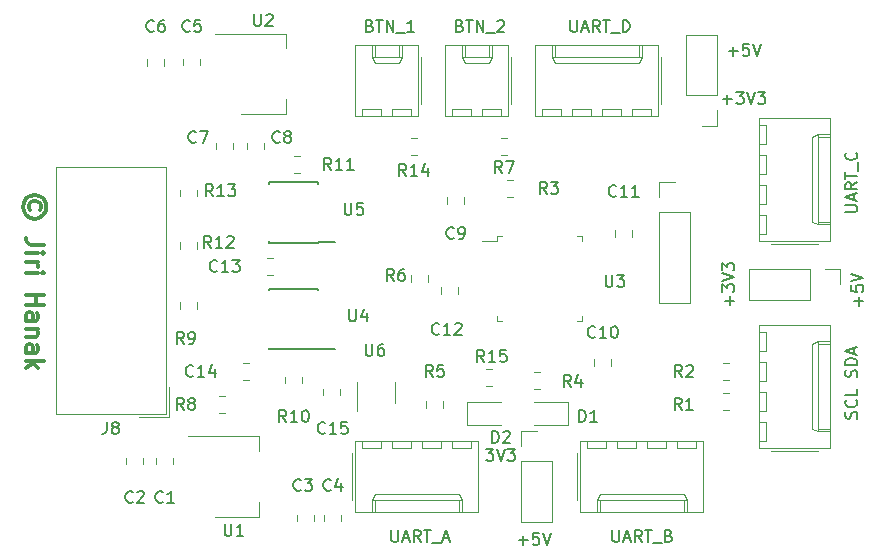
<source format=gbr>
G04 #@! TF.GenerationSoftware,KiCad,Pcbnew,5.0.2-bee76a0~70~ubuntu18.04.1*
G04 #@! TF.CreationDate,2019-01-29T20:40:36+01:00*
G04 #@! TF.ProjectId,main_board,6d61696e-5f62-46f6-9172-642e6b696361,rev?*
G04 #@! TF.SameCoordinates,Original*
G04 #@! TF.FileFunction,Legend,Top*
G04 #@! TF.FilePolarity,Positive*
%FSLAX46Y46*%
G04 Gerber Fmt 4.6, Leading zero omitted, Abs format (unit mm)*
G04 Created by KiCad (PCBNEW 5.0.2-bee76a0~70~ubuntu18.04.1) date Út 29. ledna 2019, 20:40:36 CET*
%MOMM*%
%LPD*%
G01*
G04 APERTURE LIST*
%ADD10C,0.300000*%
%ADD11C,0.150000*%
%ADD12C,0.120000*%
G04 APERTURE END LIST*
D10*
X105239285Y-92008285D02*
X105310714Y-91865428D01*
X105310714Y-91579714D01*
X105239285Y-91436857D01*
X105096428Y-91293999D01*
X104953571Y-91222571D01*
X104667857Y-91222571D01*
X104525000Y-91293999D01*
X104382142Y-91436857D01*
X104310714Y-91579714D01*
X104310714Y-91865428D01*
X104382142Y-92008285D01*
X105810714Y-91722571D02*
X105739285Y-91365428D01*
X105525000Y-91008285D01*
X105167857Y-90793999D01*
X104810714Y-90722571D01*
X104453571Y-90793999D01*
X104096428Y-91008285D01*
X103882142Y-91365428D01*
X103810714Y-91722571D01*
X103882142Y-92079714D01*
X104096428Y-92436857D01*
X104453571Y-92651142D01*
X104810714Y-92722571D01*
X105167857Y-92651142D01*
X105525000Y-92436857D01*
X105739285Y-92079714D01*
X105810714Y-91722571D01*
X105596428Y-94936857D02*
X104525000Y-94936857D01*
X104310714Y-94865428D01*
X104167857Y-94722571D01*
X104096428Y-94508285D01*
X104096428Y-94365428D01*
X104096428Y-95651142D02*
X105096428Y-95651142D01*
X105596428Y-95651142D02*
X105525000Y-95579714D01*
X105453571Y-95651142D01*
X105525000Y-95722571D01*
X105596428Y-95651142D01*
X105453571Y-95651142D01*
X104096428Y-96365428D02*
X105096428Y-96365428D01*
X104810714Y-96365428D02*
X104953571Y-96436857D01*
X105025000Y-96508285D01*
X105096428Y-96651142D01*
X105096428Y-96793999D01*
X104096428Y-97293999D02*
X105096428Y-97293999D01*
X105596428Y-97293999D02*
X105525000Y-97222571D01*
X105453571Y-97293999D01*
X105525000Y-97365428D01*
X105596428Y-97293999D01*
X105453571Y-97293999D01*
X104096428Y-99151142D02*
X105596428Y-99151142D01*
X104882142Y-99151142D02*
X104882142Y-100008285D01*
X104096428Y-100008285D02*
X105596428Y-100008285D01*
X104096428Y-101365428D02*
X104882142Y-101365428D01*
X105025000Y-101294000D01*
X105096428Y-101151142D01*
X105096428Y-100865428D01*
X105025000Y-100722571D01*
X104167857Y-101365428D02*
X104096428Y-101222571D01*
X104096428Y-100865428D01*
X104167857Y-100722571D01*
X104310714Y-100651142D01*
X104453571Y-100651142D01*
X104596428Y-100722571D01*
X104667857Y-100865428D01*
X104667857Y-101222571D01*
X104739285Y-101365428D01*
X105096428Y-102079714D02*
X104096428Y-102079714D01*
X104953571Y-102079714D02*
X105025000Y-102151142D01*
X105096428Y-102293999D01*
X105096428Y-102508285D01*
X105025000Y-102651142D01*
X104882142Y-102722571D01*
X104096428Y-102722571D01*
X104096428Y-104079714D02*
X104882142Y-104079714D01*
X105025000Y-104008285D01*
X105096428Y-103865428D01*
X105096428Y-103579714D01*
X105025000Y-103436857D01*
X104167857Y-104079714D02*
X104096428Y-103936857D01*
X104096428Y-103579714D01*
X104167857Y-103436857D01*
X104310714Y-103365428D01*
X104453571Y-103365428D01*
X104596428Y-103436857D01*
X104667857Y-103579714D01*
X104667857Y-103936857D01*
X104739285Y-104079714D01*
X104096428Y-104793999D02*
X105596428Y-104793999D01*
X104667857Y-104936857D02*
X104096428Y-105365428D01*
X105096428Y-105365428D02*
X104525000Y-104793999D01*
D11*
X174394761Y-109648476D02*
X174442380Y-109505619D01*
X174442380Y-109267523D01*
X174394761Y-109172285D01*
X174347142Y-109124666D01*
X174251904Y-109077047D01*
X174156666Y-109077047D01*
X174061428Y-109124666D01*
X174013809Y-109172285D01*
X173966190Y-109267523D01*
X173918571Y-109458000D01*
X173870952Y-109553238D01*
X173823333Y-109600857D01*
X173728095Y-109648476D01*
X173632857Y-109648476D01*
X173537619Y-109600857D01*
X173490000Y-109553238D01*
X173442380Y-109458000D01*
X173442380Y-109219904D01*
X173490000Y-109077047D01*
X174347142Y-108077047D02*
X174394761Y-108124666D01*
X174442380Y-108267523D01*
X174442380Y-108362761D01*
X174394761Y-108505619D01*
X174299523Y-108600857D01*
X174204285Y-108648476D01*
X174013809Y-108696095D01*
X173870952Y-108696095D01*
X173680476Y-108648476D01*
X173585238Y-108600857D01*
X173490000Y-108505619D01*
X173442380Y-108362761D01*
X173442380Y-108267523D01*
X173490000Y-108124666D01*
X173537619Y-108077047D01*
X174442380Y-107172285D02*
X174442380Y-107648476D01*
X173442380Y-107648476D01*
X163560285Y-78557428D02*
X164322190Y-78557428D01*
X163941238Y-78938380D02*
X163941238Y-78176476D01*
X165274571Y-77938380D02*
X164798380Y-77938380D01*
X164750761Y-78414571D01*
X164798380Y-78366952D01*
X164893619Y-78319333D01*
X165131714Y-78319333D01*
X165226952Y-78366952D01*
X165274571Y-78414571D01*
X165322190Y-78509809D01*
X165322190Y-78747904D01*
X165274571Y-78843142D01*
X165226952Y-78890761D01*
X165131714Y-78938380D01*
X164893619Y-78938380D01*
X164798380Y-78890761D01*
X164750761Y-78843142D01*
X165607904Y-77938380D02*
X165941238Y-78938380D01*
X166274571Y-77938380D01*
X174569428Y-100091714D02*
X174569428Y-99329809D01*
X174950380Y-99710761D02*
X174188476Y-99710761D01*
X173950380Y-98377428D02*
X173950380Y-98853619D01*
X174426571Y-98901238D01*
X174378952Y-98853619D01*
X174331333Y-98758380D01*
X174331333Y-98520285D01*
X174378952Y-98425047D01*
X174426571Y-98377428D01*
X174521809Y-98329809D01*
X174759904Y-98329809D01*
X174855142Y-98377428D01*
X174902761Y-98425047D01*
X174950380Y-98520285D01*
X174950380Y-98758380D01*
X174902761Y-98853619D01*
X174855142Y-98901238D01*
X173950380Y-98044095D02*
X174950380Y-97710761D01*
X173950380Y-97377428D01*
X145780285Y-119959428D02*
X146542190Y-119959428D01*
X146161238Y-120340380D02*
X146161238Y-119578476D01*
X147494571Y-119340380D02*
X147018380Y-119340380D01*
X146970761Y-119816571D01*
X147018380Y-119768952D01*
X147113619Y-119721333D01*
X147351714Y-119721333D01*
X147446952Y-119768952D01*
X147494571Y-119816571D01*
X147542190Y-119911809D01*
X147542190Y-120149904D01*
X147494571Y-120245142D01*
X147446952Y-120292761D01*
X147351714Y-120340380D01*
X147113619Y-120340380D01*
X147018380Y-120292761D01*
X146970761Y-120245142D01*
X147827904Y-119340380D02*
X148161238Y-120340380D01*
X148494571Y-119340380D01*
X163084095Y-82621428D02*
X163846000Y-82621428D01*
X163465047Y-83002380D02*
X163465047Y-82240476D01*
X164226952Y-82002380D02*
X164846000Y-82002380D01*
X164512666Y-82383333D01*
X164655523Y-82383333D01*
X164750761Y-82430952D01*
X164798380Y-82478571D01*
X164846000Y-82573809D01*
X164846000Y-82811904D01*
X164798380Y-82907142D01*
X164750761Y-82954761D01*
X164655523Y-83002380D01*
X164369809Y-83002380D01*
X164274571Y-82954761D01*
X164226952Y-82907142D01*
X165131714Y-82002380D02*
X165465047Y-83002380D01*
X165798380Y-82002380D01*
X166036476Y-82002380D02*
X166655523Y-82002380D01*
X166322190Y-82383333D01*
X166465047Y-82383333D01*
X166560285Y-82430952D01*
X166607904Y-82478571D01*
X166655523Y-82573809D01*
X166655523Y-82811904D01*
X166607904Y-82907142D01*
X166560285Y-82954761D01*
X166465047Y-83002380D01*
X166179333Y-83002380D01*
X166084095Y-82954761D01*
X166036476Y-82907142D01*
X163647428Y-100059904D02*
X163647428Y-99298000D01*
X164028380Y-99678952D02*
X163266476Y-99678952D01*
X163028380Y-98917047D02*
X163028380Y-98298000D01*
X163409333Y-98631333D01*
X163409333Y-98488476D01*
X163456952Y-98393238D01*
X163504571Y-98345619D01*
X163599809Y-98298000D01*
X163837904Y-98298000D01*
X163933142Y-98345619D01*
X163980761Y-98393238D01*
X164028380Y-98488476D01*
X164028380Y-98774190D01*
X163980761Y-98869428D01*
X163933142Y-98917047D01*
X163028380Y-98012285D02*
X164028380Y-97678952D01*
X163028380Y-97345619D01*
X163028380Y-97107523D02*
X163028380Y-96488476D01*
X163409333Y-96821809D01*
X163409333Y-96678952D01*
X163456952Y-96583714D01*
X163504571Y-96536095D01*
X163599809Y-96488476D01*
X163837904Y-96488476D01*
X163933142Y-96536095D01*
X163980761Y-96583714D01*
X164028380Y-96678952D01*
X164028380Y-96964666D01*
X163980761Y-97059904D01*
X163933142Y-97107523D01*
X143033904Y-112228380D02*
X143652952Y-112228380D01*
X143319619Y-112609333D01*
X143462476Y-112609333D01*
X143557714Y-112656952D01*
X143605333Y-112704571D01*
X143652952Y-112799809D01*
X143652952Y-113037904D01*
X143605333Y-113133142D01*
X143557714Y-113180761D01*
X143462476Y-113228380D01*
X143176761Y-113228380D01*
X143081523Y-113180761D01*
X143033904Y-113133142D01*
X143938666Y-112228380D02*
X144272000Y-113228380D01*
X144605333Y-112228380D01*
X144843428Y-112228380D02*
X145462476Y-112228380D01*
X145129142Y-112609333D01*
X145272000Y-112609333D01*
X145367238Y-112656952D01*
X145414857Y-112704571D01*
X145462476Y-112799809D01*
X145462476Y-113037904D01*
X145414857Y-113133142D01*
X145367238Y-113180761D01*
X145272000Y-113228380D01*
X144986285Y-113228380D01*
X144891047Y-113180761D01*
X144843428Y-113133142D01*
X153733809Y-119086380D02*
X153733809Y-119895904D01*
X153781428Y-119991142D01*
X153829047Y-120038761D01*
X153924285Y-120086380D01*
X154114761Y-120086380D01*
X154210000Y-120038761D01*
X154257619Y-119991142D01*
X154305238Y-119895904D01*
X154305238Y-119086380D01*
X154733809Y-119800666D02*
X155210000Y-119800666D01*
X154638571Y-120086380D02*
X154971904Y-119086380D01*
X155305238Y-120086380D01*
X156210000Y-120086380D02*
X155876666Y-119610190D01*
X155638571Y-120086380D02*
X155638571Y-119086380D01*
X156019523Y-119086380D01*
X156114761Y-119134000D01*
X156162380Y-119181619D01*
X156210000Y-119276857D01*
X156210000Y-119419714D01*
X156162380Y-119514952D01*
X156114761Y-119562571D01*
X156019523Y-119610190D01*
X155638571Y-119610190D01*
X156495714Y-119086380D02*
X157067142Y-119086380D01*
X156781428Y-120086380D02*
X156781428Y-119086380D01*
X157162380Y-120181619D02*
X157924285Y-120181619D01*
X158495714Y-119562571D02*
X158638571Y-119610190D01*
X158686190Y-119657809D01*
X158733809Y-119753047D01*
X158733809Y-119895904D01*
X158686190Y-119991142D01*
X158638571Y-120038761D01*
X158543333Y-120086380D01*
X158162380Y-120086380D01*
X158162380Y-119086380D01*
X158495714Y-119086380D01*
X158590952Y-119134000D01*
X158638571Y-119181619D01*
X158686190Y-119276857D01*
X158686190Y-119372095D01*
X158638571Y-119467333D01*
X158590952Y-119514952D01*
X158495714Y-119562571D01*
X158162380Y-119562571D01*
X135009238Y-119086380D02*
X135009238Y-119895904D01*
X135056857Y-119991142D01*
X135104476Y-120038761D01*
X135199714Y-120086380D01*
X135390190Y-120086380D01*
X135485428Y-120038761D01*
X135533047Y-119991142D01*
X135580666Y-119895904D01*
X135580666Y-119086380D01*
X136009238Y-119800666D02*
X136485428Y-119800666D01*
X135914000Y-120086380D02*
X136247333Y-119086380D01*
X136580666Y-120086380D01*
X137485428Y-120086380D02*
X137152095Y-119610190D01*
X136914000Y-120086380D02*
X136914000Y-119086380D01*
X137294952Y-119086380D01*
X137390190Y-119134000D01*
X137437809Y-119181619D01*
X137485428Y-119276857D01*
X137485428Y-119419714D01*
X137437809Y-119514952D01*
X137390190Y-119562571D01*
X137294952Y-119610190D01*
X136914000Y-119610190D01*
X137771142Y-119086380D02*
X138342571Y-119086380D01*
X138056857Y-120086380D02*
X138056857Y-119086380D01*
X138437809Y-120181619D02*
X139199714Y-120181619D01*
X139390190Y-119800666D02*
X139866380Y-119800666D01*
X139294952Y-120086380D02*
X139628285Y-119086380D01*
X139961619Y-120086380D01*
X173442380Y-92138190D02*
X174251904Y-92138190D01*
X174347142Y-92090571D01*
X174394761Y-92042952D01*
X174442380Y-91947714D01*
X174442380Y-91757238D01*
X174394761Y-91662000D01*
X174347142Y-91614380D01*
X174251904Y-91566761D01*
X173442380Y-91566761D01*
X174156666Y-91138190D02*
X174156666Y-90662000D01*
X174442380Y-91233428D02*
X173442380Y-90900095D01*
X174442380Y-90566761D01*
X174442380Y-89662000D02*
X173966190Y-89995333D01*
X174442380Y-90233428D02*
X173442380Y-90233428D01*
X173442380Y-89852476D01*
X173490000Y-89757238D01*
X173537619Y-89709619D01*
X173632857Y-89662000D01*
X173775714Y-89662000D01*
X173870952Y-89709619D01*
X173918571Y-89757238D01*
X173966190Y-89852476D01*
X173966190Y-90233428D01*
X173442380Y-89376285D02*
X173442380Y-88804857D01*
X174442380Y-89090571D02*
X173442380Y-89090571D01*
X174537619Y-88709619D02*
X174537619Y-87947714D01*
X174347142Y-87138190D02*
X174394761Y-87185809D01*
X174442380Y-87328666D01*
X174442380Y-87423904D01*
X174394761Y-87566761D01*
X174299523Y-87662000D01*
X174204285Y-87709619D01*
X174013809Y-87757238D01*
X173870952Y-87757238D01*
X173680476Y-87709619D01*
X173585238Y-87662000D01*
X173490000Y-87566761D01*
X173442380Y-87423904D01*
X173442380Y-87328666D01*
X173490000Y-87185809D01*
X173537619Y-87138190D01*
X150177809Y-75906380D02*
X150177809Y-76715904D01*
X150225428Y-76811142D01*
X150273047Y-76858761D01*
X150368285Y-76906380D01*
X150558761Y-76906380D01*
X150654000Y-76858761D01*
X150701619Y-76811142D01*
X150749238Y-76715904D01*
X150749238Y-75906380D01*
X151177809Y-76620666D02*
X151654000Y-76620666D01*
X151082571Y-76906380D02*
X151415904Y-75906380D01*
X151749238Y-76906380D01*
X152654000Y-76906380D02*
X152320666Y-76430190D01*
X152082571Y-76906380D02*
X152082571Y-75906380D01*
X152463523Y-75906380D01*
X152558761Y-75954000D01*
X152606380Y-76001619D01*
X152654000Y-76096857D01*
X152654000Y-76239714D01*
X152606380Y-76334952D01*
X152558761Y-76382571D01*
X152463523Y-76430190D01*
X152082571Y-76430190D01*
X152939714Y-75906380D02*
X153511142Y-75906380D01*
X153225428Y-76906380D02*
X153225428Y-75906380D01*
X153606380Y-77001619D02*
X154368285Y-77001619D01*
X154606380Y-76906380D02*
X154606380Y-75906380D01*
X154844476Y-75906380D01*
X154987333Y-75954000D01*
X155082571Y-76049238D01*
X155130190Y-76144476D01*
X155177809Y-76334952D01*
X155177809Y-76477809D01*
X155130190Y-76668285D01*
X155082571Y-76763523D01*
X154987333Y-76858761D01*
X154844476Y-76906380D01*
X154606380Y-76906380D01*
X174394761Y-106116285D02*
X174442380Y-105973428D01*
X174442380Y-105735333D01*
X174394761Y-105640095D01*
X174347142Y-105592476D01*
X174251904Y-105544857D01*
X174156666Y-105544857D01*
X174061428Y-105592476D01*
X174013809Y-105640095D01*
X173966190Y-105735333D01*
X173918571Y-105925809D01*
X173870952Y-106021047D01*
X173823333Y-106068666D01*
X173728095Y-106116285D01*
X173632857Y-106116285D01*
X173537619Y-106068666D01*
X173490000Y-106021047D01*
X173442380Y-105925809D01*
X173442380Y-105687714D01*
X173490000Y-105544857D01*
X174442380Y-105116285D02*
X173442380Y-105116285D01*
X173442380Y-104878190D01*
X173490000Y-104735333D01*
X173585238Y-104640095D01*
X173680476Y-104592476D01*
X173870952Y-104544857D01*
X174013809Y-104544857D01*
X174204285Y-104592476D01*
X174299523Y-104640095D01*
X174394761Y-104735333D01*
X174442380Y-104878190D01*
X174442380Y-105116285D01*
X174156666Y-104163904D02*
X174156666Y-103687714D01*
X174442380Y-104259142D02*
X173442380Y-103925809D01*
X174442380Y-103592476D01*
X140803523Y-76382571D02*
X140946380Y-76430190D01*
X140994000Y-76477809D01*
X141041619Y-76573047D01*
X141041619Y-76715904D01*
X140994000Y-76811142D01*
X140946380Y-76858761D01*
X140851142Y-76906380D01*
X140470190Y-76906380D01*
X140470190Y-75906380D01*
X140803523Y-75906380D01*
X140898761Y-75954000D01*
X140946380Y-76001619D01*
X140994000Y-76096857D01*
X140994000Y-76192095D01*
X140946380Y-76287333D01*
X140898761Y-76334952D01*
X140803523Y-76382571D01*
X140470190Y-76382571D01*
X141327333Y-75906380D02*
X141898761Y-75906380D01*
X141613047Y-76906380D02*
X141613047Y-75906380D01*
X142232095Y-76906380D02*
X142232095Y-75906380D01*
X142803523Y-76906380D01*
X142803523Y-75906380D01*
X143041619Y-77001619D02*
X143803523Y-77001619D01*
X143994000Y-76001619D02*
X144041619Y-75954000D01*
X144136857Y-75906380D01*
X144374952Y-75906380D01*
X144470190Y-75954000D01*
X144517809Y-76001619D01*
X144565428Y-76096857D01*
X144565428Y-76192095D01*
X144517809Y-76334952D01*
X143946380Y-76906380D01*
X144565428Y-76906380D01*
X133183523Y-76382571D02*
X133326380Y-76430190D01*
X133374000Y-76477809D01*
X133421619Y-76573047D01*
X133421619Y-76715904D01*
X133374000Y-76811142D01*
X133326380Y-76858761D01*
X133231142Y-76906380D01*
X132850190Y-76906380D01*
X132850190Y-75906380D01*
X133183523Y-75906380D01*
X133278761Y-75954000D01*
X133326380Y-76001619D01*
X133374000Y-76096857D01*
X133374000Y-76192095D01*
X133326380Y-76287333D01*
X133278761Y-76334952D01*
X133183523Y-76382571D01*
X132850190Y-76382571D01*
X133707333Y-75906380D02*
X134278761Y-75906380D01*
X133993047Y-76906380D02*
X133993047Y-75906380D01*
X134612095Y-76906380D02*
X134612095Y-75906380D01*
X135183523Y-76906380D01*
X135183523Y-75906380D01*
X135421619Y-77001619D02*
X136183523Y-77001619D01*
X136945428Y-76906380D02*
X136374000Y-76906380D01*
X136659714Y-76906380D02*
X136659714Y-75906380D01*
X136564476Y-76049238D01*
X136469238Y-76144476D01*
X136374000Y-76192095D01*
D12*
G04 #@! TO.C,C7*
X120194000Y-86310948D02*
X120194000Y-86833452D01*
X121614000Y-86310948D02*
X121614000Y-86833452D01*
G04 #@! TO.C,SW1*
X145990000Y-110684000D02*
X147320000Y-110684000D01*
X145990000Y-112014000D02*
X145990000Y-110684000D01*
X145990000Y-113284000D02*
X148650000Y-113284000D01*
X148650000Y-113284000D02*
X148650000Y-118424000D01*
X145990000Y-113284000D02*
X145990000Y-118424000D01*
X145990000Y-118424000D02*
X148650000Y-118424000D01*
G04 #@! TO.C,C13*
X124984252Y-96064000D02*
X124461748Y-96064000D01*
X124984252Y-97484000D02*
X124461748Y-97484000D01*
G04 #@! TO.C,J8*
X106577000Y-109236000D02*
X106577000Y-88376000D01*
X106577000Y-88376000D02*
X115927000Y-88376000D01*
X115927000Y-88376000D02*
X115927000Y-109236000D01*
X115927000Y-109236000D02*
X106577000Y-109236000D01*
X116177000Y-109486000D02*
X116177000Y-106946000D01*
X116177000Y-109486000D02*
X113637000Y-109486000D01*
G04 #@! TO.C,C10*
X153618000Y-104649748D02*
X153618000Y-105172252D01*
X152198000Y-104649748D02*
X152198000Y-105172252D01*
G04 #@! TO.C,U3*
X150734000Y-101400000D02*
X151184000Y-101400000D01*
X151184000Y-101400000D02*
X151184000Y-100950000D01*
X144414000Y-101400000D02*
X143964000Y-101400000D01*
X143964000Y-101400000D02*
X143964000Y-100950000D01*
X150734000Y-94180000D02*
X151184000Y-94180000D01*
X151184000Y-94180000D02*
X151184000Y-94630000D01*
X144414000Y-94180000D02*
X143964000Y-94180000D01*
X143964000Y-94180000D02*
X143964000Y-94630000D01*
X143964000Y-94630000D02*
X142674000Y-94630000D01*
G04 #@! TO.C,J4*
X157674000Y-99882000D02*
X160334000Y-99882000D01*
X157674000Y-92202000D02*
X157674000Y-99882000D01*
X160334000Y-92202000D02*
X160334000Y-99882000D01*
X157674000Y-92202000D02*
X160334000Y-92202000D01*
X157674000Y-90932000D02*
X157674000Y-89602000D01*
X157674000Y-89602000D02*
X159004000Y-89602000D01*
G04 #@! TO.C,C1*
X115114000Y-113013748D02*
X115114000Y-113536252D01*
X116534000Y-113013748D02*
X116534000Y-113536252D01*
G04 #@! TO.C,C2*
X112574000Y-113013748D02*
X112574000Y-113536252D01*
X113994000Y-113013748D02*
X113994000Y-113536252D01*
G04 #@! TO.C,C3*
X128472000Y-118362252D02*
X128472000Y-117839748D01*
X127052000Y-118362252D02*
X127052000Y-117839748D01*
G04 #@! TO.C,C4*
X129338000Y-118362252D02*
X129338000Y-117839748D01*
X130758000Y-118362252D02*
X130758000Y-117839748D01*
G04 #@! TO.C,C5*
X118820000Y-79231748D02*
X118820000Y-79754252D01*
X117400000Y-79231748D02*
X117400000Y-79754252D01*
G04 #@! TO.C,C6*
X115772000Y-79249748D02*
X115772000Y-79772252D01*
X114352000Y-79249748D02*
X114352000Y-79772252D01*
G04 #@! TO.C,C8*
X124204800Y-86310948D02*
X124204800Y-86833452D01*
X122784800Y-86310948D02*
X122784800Y-86833452D01*
G04 #@! TO.C,C9*
X141172000Y-91447252D02*
X141172000Y-90924748D01*
X139752000Y-91447252D02*
X139752000Y-90924748D01*
G04 #@! TO.C,C11*
X153976000Y-93727748D02*
X153976000Y-94250252D01*
X155396000Y-93727748D02*
X155396000Y-94250252D01*
G04 #@! TO.C,C12*
X140664000Y-98553748D02*
X140664000Y-99076252D01*
X139244000Y-98553748D02*
X139244000Y-99076252D01*
G04 #@! TO.C,C14*
X122411748Y-104954000D02*
X122934252Y-104954000D01*
X122411748Y-106374000D02*
X122934252Y-106374000D01*
G04 #@! TO.C,D1*
X147082000Y-110180000D02*
X149942000Y-110180000D01*
X149942000Y-110180000D02*
X149942000Y-108260000D01*
X149942000Y-108260000D02*
X147082000Y-108260000D01*
G04 #@! TO.C,D2*
X141396000Y-110180000D02*
X144256000Y-110180000D01*
X141396000Y-108260000D02*
X141396000Y-110180000D01*
X144256000Y-108260000D02*
X141396000Y-108260000D01*
G04 #@! TO.C,R1*
X163051748Y-107494000D02*
X163574252Y-107494000D01*
X163051748Y-108914000D02*
X163574252Y-108914000D01*
G04 #@! TO.C,R2*
X163060748Y-106374000D02*
X163583252Y-106374000D01*
X163060748Y-104954000D02*
X163583252Y-104954000D01*
G04 #@! TO.C,R3*
X145304252Y-89460000D02*
X144781748Y-89460000D01*
X145304252Y-90880000D02*
X144781748Y-90880000D01*
G04 #@! TO.C,R4*
X147067748Y-105716000D02*
X147590252Y-105716000D01*
X147067748Y-107136000D02*
X147590252Y-107136000D01*
G04 #@! TO.C,R5*
X139394000Y-108719252D02*
X139394000Y-108196748D01*
X137974000Y-108719252D02*
X137974000Y-108196748D01*
G04 #@! TO.C,R6*
X136704000Y-98051252D02*
X136704000Y-97528748D01*
X138124000Y-98051252D02*
X138124000Y-97528748D01*
G04 #@! TO.C,R8*
X120902252Y-107748000D02*
X120379748Y-107748000D01*
X120902252Y-109168000D02*
X120379748Y-109168000D01*
G04 #@! TO.C,R9*
X117146000Y-100346252D02*
X117146000Y-99823748D01*
X118566000Y-100346252D02*
X118566000Y-99823748D01*
G04 #@! TO.C,R10*
X127456000Y-106155748D02*
X127456000Y-106678252D01*
X126036000Y-106155748D02*
X126036000Y-106678252D01*
G04 #@! TO.C,R11*
X127261252Y-87428000D02*
X126738748Y-87428000D01*
X127261252Y-88848000D02*
X126738748Y-88848000D01*
G04 #@! TO.C,R12*
X117146000Y-95266252D02*
X117146000Y-94743748D01*
X118566000Y-95266252D02*
X118566000Y-94743748D01*
G04 #@! TO.C,R13*
X117095200Y-90786852D02*
X117095200Y-90264348D01*
X118515200Y-90786852D02*
X118515200Y-90264348D01*
G04 #@! TO.C,U1*
X117820000Y-111144000D02*
X123830000Y-111144000D01*
X120070000Y-117964000D02*
X123830000Y-117964000D01*
X123830000Y-111144000D02*
X123830000Y-112404000D01*
X123830000Y-117964000D02*
X123830000Y-116704000D01*
G04 #@! TO.C,U2*
X126065200Y-83877200D02*
X126065200Y-82617200D01*
X126065200Y-77057200D02*
X126065200Y-78317200D01*
X122305200Y-83877200D02*
X126065200Y-83877200D01*
X120055200Y-77057200D02*
X126065200Y-77057200D01*
G04 #@! TO.C,SW2*
X162620000Y-77156000D02*
X159960000Y-77156000D01*
X162620000Y-82296000D02*
X162620000Y-77156000D01*
X159960000Y-82296000D02*
X159960000Y-77156000D01*
X162620000Y-82296000D02*
X159960000Y-82296000D01*
X162620000Y-83566000D02*
X162620000Y-84896000D01*
X162620000Y-84896000D02*
X161290000Y-84896000D01*
D11*
G04 #@! TO.C,U4*
X128821000Y-103794000D02*
X128821000Y-103744000D01*
X124671000Y-103794000D02*
X124671000Y-103649000D01*
X124671000Y-98644000D02*
X124671000Y-98789000D01*
X128821000Y-98644000D02*
X128821000Y-98789000D01*
X128821000Y-103794000D02*
X124671000Y-103794000D01*
X128821000Y-98644000D02*
X124671000Y-98644000D01*
X128821000Y-103744000D02*
X130221000Y-103744000D01*
G04 #@! TO.C,U5*
X128821000Y-94727000D02*
X130221000Y-94727000D01*
X128821000Y-89627000D02*
X124671000Y-89627000D01*
X128821000Y-94777000D02*
X124671000Y-94777000D01*
X128821000Y-89627000D02*
X128821000Y-89772000D01*
X124671000Y-89627000D02*
X124671000Y-89772000D01*
X124671000Y-94777000D02*
X124671000Y-94632000D01*
X128821000Y-94777000D02*
X128821000Y-94727000D01*
D12*
G04 #@! TO.C,J1*
X160820000Y-112124000D02*
X160820000Y-111524000D01*
X159220000Y-112124000D02*
X160820000Y-112124000D01*
X159220000Y-111524000D02*
X159220000Y-112124000D01*
X158280000Y-112124000D02*
X158280000Y-111524000D01*
X156680000Y-112124000D02*
X158280000Y-112124000D01*
X156680000Y-111524000D02*
X156680000Y-112124000D01*
X155740000Y-112124000D02*
X155740000Y-111524000D01*
X154140000Y-112124000D02*
X155740000Y-112124000D01*
X154140000Y-111524000D02*
X154140000Y-112124000D01*
X153200000Y-112124000D02*
X153200000Y-111524000D01*
X151600000Y-112124000D02*
X153200000Y-112124000D01*
X151600000Y-111524000D02*
X151600000Y-112124000D01*
X159770000Y-117544000D02*
X159770000Y-116544000D01*
X152650000Y-117544000D02*
X152650000Y-116544000D01*
X159770000Y-116014000D02*
X160020000Y-116544000D01*
X152650000Y-116014000D02*
X159770000Y-116014000D01*
X152400000Y-116544000D02*
X152650000Y-116014000D01*
X160020000Y-116544000D02*
X160020000Y-117544000D01*
X152400000Y-116544000D02*
X160020000Y-116544000D01*
X152400000Y-117544000D02*
X152400000Y-116544000D01*
X150730000Y-112554000D02*
X150730000Y-116554000D01*
X161400000Y-111524000D02*
X151020000Y-111524000D01*
X161400000Y-117544000D02*
X161400000Y-111524000D01*
X151020000Y-117544000D02*
X161400000Y-117544000D01*
X151020000Y-111524000D02*
X151020000Y-117544000D01*
G04 #@! TO.C,J2*
X166134000Y-112124000D02*
X172154000Y-112124000D01*
X172154000Y-112124000D02*
X172154000Y-101744000D01*
X172154000Y-101744000D02*
X166134000Y-101744000D01*
X166134000Y-101744000D02*
X166134000Y-112124000D01*
X167164000Y-112414000D02*
X171164000Y-112414000D01*
X172154000Y-110744000D02*
X171154000Y-110744000D01*
X171154000Y-110744000D02*
X171154000Y-103124000D01*
X171154000Y-103124000D02*
X172154000Y-103124000D01*
X171154000Y-110744000D02*
X170624000Y-110494000D01*
X170624000Y-110494000D02*
X170624000Y-103374000D01*
X170624000Y-103374000D02*
X171154000Y-103124000D01*
X172154000Y-110494000D02*
X171154000Y-110494000D01*
X172154000Y-103374000D02*
X171154000Y-103374000D01*
X166134000Y-111544000D02*
X166734000Y-111544000D01*
X166734000Y-111544000D02*
X166734000Y-109944000D01*
X166734000Y-109944000D02*
X166134000Y-109944000D01*
X166134000Y-109004000D02*
X166734000Y-109004000D01*
X166734000Y-109004000D02*
X166734000Y-107404000D01*
X166734000Y-107404000D02*
X166134000Y-107404000D01*
X166134000Y-106464000D02*
X166734000Y-106464000D01*
X166734000Y-106464000D02*
X166734000Y-104864000D01*
X166734000Y-104864000D02*
X166134000Y-104864000D01*
X166134000Y-103924000D02*
X166734000Y-103924000D01*
X166734000Y-103924000D02*
X166734000Y-102324000D01*
X166734000Y-102324000D02*
X166134000Y-102324000D01*
G04 #@! TO.C,J3*
X157590000Y-84056000D02*
X157590000Y-78036000D01*
X157590000Y-78036000D02*
X147210000Y-78036000D01*
X147210000Y-78036000D02*
X147210000Y-84056000D01*
X147210000Y-84056000D02*
X157590000Y-84056000D01*
X157880000Y-83026000D02*
X157880000Y-79026000D01*
X156210000Y-78036000D02*
X156210000Y-79036000D01*
X156210000Y-79036000D02*
X148590000Y-79036000D01*
X148590000Y-79036000D02*
X148590000Y-78036000D01*
X156210000Y-79036000D02*
X155960000Y-79566000D01*
X155960000Y-79566000D02*
X148840000Y-79566000D01*
X148840000Y-79566000D02*
X148590000Y-79036000D01*
X155960000Y-78036000D02*
X155960000Y-79036000D01*
X148840000Y-78036000D02*
X148840000Y-79036000D01*
X157010000Y-84056000D02*
X157010000Y-83456000D01*
X157010000Y-83456000D02*
X155410000Y-83456000D01*
X155410000Y-83456000D02*
X155410000Y-84056000D01*
X154470000Y-84056000D02*
X154470000Y-83456000D01*
X154470000Y-83456000D02*
X152870000Y-83456000D01*
X152870000Y-83456000D02*
X152870000Y-84056000D01*
X151930000Y-84056000D02*
X151930000Y-83456000D01*
X151930000Y-83456000D02*
X150330000Y-83456000D01*
X150330000Y-83456000D02*
X150330000Y-84056000D01*
X149390000Y-84056000D02*
X149390000Y-83456000D01*
X149390000Y-83456000D02*
X147790000Y-83456000D01*
X147790000Y-83456000D02*
X147790000Y-84056000D01*
G04 #@! TO.C,J6*
X166734000Y-84798000D02*
X166134000Y-84798000D01*
X166734000Y-86398000D02*
X166734000Y-84798000D01*
X166134000Y-86398000D02*
X166734000Y-86398000D01*
X166734000Y-87338000D02*
X166134000Y-87338000D01*
X166734000Y-88938000D02*
X166734000Y-87338000D01*
X166134000Y-88938000D02*
X166734000Y-88938000D01*
X166734000Y-89878000D02*
X166134000Y-89878000D01*
X166734000Y-91478000D02*
X166734000Y-89878000D01*
X166134000Y-91478000D02*
X166734000Y-91478000D01*
X166734000Y-92418000D02*
X166134000Y-92418000D01*
X166734000Y-94018000D02*
X166734000Y-92418000D01*
X166134000Y-94018000D02*
X166734000Y-94018000D01*
X172154000Y-85848000D02*
X171154000Y-85848000D01*
X172154000Y-92968000D02*
X171154000Y-92968000D01*
X170624000Y-85848000D02*
X171154000Y-85598000D01*
X170624000Y-92968000D02*
X170624000Y-85848000D01*
X171154000Y-93218000D02*
X170624000Y-92968000D01*
X171154000Y-85598000D02*
X172154000Y-85598000D01*
X171154000Y-93218000D02*
X171154000Y-85598000D01*
X172154000Y-93218000D02*
X171154000Y-93218000D01*
X167164000Y-94888000D02*
X171164000Y-94888000D01*
X166134000Y-84218000D02*
X166134000Y-94598000D01*
X172154000Y-84218000D02*
X166134000Y-84218000D01*
X172154000Y-94598000D02*
X172154000Y-84218000D01*
X166134000Y-94598000D02*
X172154000Y-94598000D01*
G04 #@! TO.C,R7*
X144778252Y-85904000D02*
X144255748Y-85904000D01*
X144778252Y-87324000D02*
X144255748Y-87324000D01*
G04 #@! TO.C,R14*
X137158252Y-87324000D02*
X136635748Y-87324000D01*
X137158252Y-85904000D02*
X136635748Y-85904000D01*
G04 #@! TO.C,SW5*
X165294000Y-96968000D02*
X165294000Y-99628000D01*
X170434000Y-96968000D02*
X165294000Y-96968000D01*
X170434000Y-99628000D02*
X165294000Y-99628000D01*
X170434000Y-96968000D02*
X170434000Y-99628000D01*
X171704000Y-96968000D02*
X173034000Y-96968000D01*
X173034000Y-96968000D02*
X173034000Y-98298000D01*
G04 #@! TO.C,R15*
X143526252Y-106882000D02*
X143003748Y-106882000D01*
X143526252Y-105462000D02*
X143003748Y-105462000D01*
G04 #@! TO.C,U6*
X135280000Y-108342000D02*
X135280000Y-106542000D01*
X132060000Y-106542000D02*
X132060000Y-108992000D01*
G04 #@! TO.C,J5*
X131970000Y-111524000D02*
X131970000Y-117544000D01*
X131970000Y-117544000D02*
X142350000Y-117544000D01*
X142350000Y-117544000D02*
X142350000Y-111524000D01*
X142350000Y-111524000D02*
X131970000Y-111524000D01*
X131680000Y-112554000D02*
X131680000Y-116554000D01*
X133350000Y-117544000D02*
X133350000Y-116544000D01*
X133350000Y-116544000D02*
X140970000Y-116544000D01*
X140970000Y-116544000D02*
X140970000Y-117544000D01*
X133350000Y-116544000D02*
X133600000Y-116014000D01*
X133600000Y-116014000D02*
X140720000Y-116014000D01*
X140720000Y-116014000D02*
X140970000Y-116544000D01*
X133600000Y-117544000D02*
X133600000Y-116544000D01*
X140720000Y-117544000D02*
X140720000Y-116544000D01*
X132550000Y-111524000D02*
X132550000Y-112124000D01*
X132550000Y-112124000D02*
X134150000Y-112124000D01*
X134150000Y-112124000D02*
X134150000Y-111524000D01*
X135090000Y-111524000D02*
X135090000Y-112124000D01*
X135090000Y-112124000D02*
X136690000Y-112124000D01*
X136690000Y-112124000D02*
X136690000Y-111524000D01*
X137630000Y-111524000D02*
X137630000Y-112124000D01*
X137630000Y-112124000D02*
X139230000Y-112124000D01*
X139230000Y-112124000D02*
X139230000Y-111524000D01*
X140170000Y-111524000D02*
X140170000Y-112124000D01*
X140170000Y-112124000D02*
X141770000Y-112124000D01*
X141770000Y-112124000D02*
X141770000Y-111524000D01*
G04 #@! TO.C,J7*
X140170000Y-83456000D02*
X140170000Y-84056000D01*
X141770000Y-83456000D02*
X140170000Y-83456000D01*
X141770000Y-84056000D02*
X141770000Y-83456000D01*
X142710000Y-83456000D02*
X142710000Y-84056000D01*
X144310000Y-83456000D02*
X142710000Y-83456000D01*
X144310000Y-84056000D02*
X144310000Y-83456000D01*
X141220000Y-78036000D02*
X141220000Y-79036000D01*
X143260000Y-78036000D02*
X143260000Y-79036000D01*
X141220000Y-79566000D02*
X140970000Y-79036000D01*
X143260000Y-79566000D02*
X141220000Y-79566000D01*
X143510000Y-79036000D02*
X143260000Y-79566000D01*
X140970000Y-79036000D02*
X140970000Y-78036000D01*
X143510000Y-79036000D02*
X140970000Y-79036000D01*
X143510000Y-78036000D02*
X143510000Y-79036000D01*
X145180000Y-83026000D02*
X145180000Y-79026000D01*
X139590000Y-84056000D02*
X144890000Y-84056000D01*
X139590000Y-78036000D02*
X139590000Y-84056000D01*
X144890000Y-78036000D02*
X139590000Y-78036000D01*
X144890000Y-84056000D02*
X144890000Y-78036000D01*
G04 #@! TO.C,J9*
X137270000Y-84056000D02*
X137270000Y-78036000D01*
X137270000Y-78036000D02*
X131970000Y-78036000D01*
X131970000Y-78036000D02*
X131970000Y-84056000D01*
X131970000Y-84056000D02*
X137270000Y-84056000D01*
X137560000Y-83026000D02*
X137560000Y-79026000D01*
X135890000Y-78036000D02*
X135890000Y-79036000D01*
X135890000Y-79036000D02*
X133350000Y-79036000D01*
X133350000Y-79036000D02*
X133350000Y-78036000D01*
X135890000Y-79036000D02*
X135640000Y-79566000D01*
X135640000Y-79566000D02*
X133600000Y-79566000D01*
X133600000Y-79566000D02*
X133350000Y-79036000D01*
X135640000Y-78036000D02*
X135640000Y-79036000D01*
X133600000Y-78036000D02*
X133600000Y-79036000D01*
X136690000Y-84056000D02*
X136690000Y-83456000D01*
X136690000Y-83456000D02*
X135090000Y-83456000D01*
X135090000Y-83456000D02*
X135090000Y-84056000D01*
X134150000Y-84056000D02*
X134150000Y-83456000D01*
X134150000Y-83456000D02*
X132550000Y-83456000D01*
X132550000Y-83456000D02*
X132550000Y-84056000D01*
G04 #@! TO.C,C15*
X130631000Y-107171748D02*
X130631000Y-107694252D01*
X129211000Y-107171748D02*
X129211000Y-107694252D01*
G04 #@! TO.C,C7*
D11*
X118451333Y-86209142D02*
X118403714Y-86256761D01*
X118260857Y-86304380D01*
X118165619Y-86304380D01*
X118022761Y-86256761D01*
X117927523Y-86161523D01*
X117879904Y-86066285D01*
X117832285Y-85875809D01*
X117832285Y-85732952D01*
X117879904Y-85542476D01*
X117927523Y-85447238D01*
X118022761Y-85352000D01*
X118165619Y-85304380D01*
X118260857Y-85304380D01*
X118403714Y-85352000D01*
X118451333Y-85399619D01*
X118784666Y-85304380D02*
X119451333Y-85304380D01*
X119022761Y-86304380D01*
G04 #@! TO.C,C13*
X120261142Y-97131142D02*
X120213523Y-97178761D01*
X120070666Y-97226380D01*
X119975428Y-97226380D01*
X119832571Y-97178761D01*
X119737333Y-97083523D01*
X119689714Y-96988285D01*
X119642095Y-96797809D01*
X119642095Y-96654952D01*
X119689714Y-96464476D01*
X119737333Y-96369238D01*
X119832571Y-96274000D01*
X119975428Y-96226380D01*
X120070666Y-96226380D01*
X120213523Y-96274000D01*
X120261142Y-96321619D01*
X121213523Y-97226380D02*
X120642095Y-97226380D01*
X120927809Y-97226380D02*
X120927809Y-96226380D01*
X120832571Y-96369238D01*
X120737333Y-96464476D01*
X120642095Y-96512095D01*
X121546857Y-96226380D02*
X122165904Y-96226380D01*
X121832571Y-96607333D01*
X121975428Y-96607333D01*
X122070666Y-96654952D01*
X122118285Y-96702571D01*
X122165904Y-96797809D01*
X122165904Y-97035904D01*
X122118285Y-97131142D01*
X122070666Y-97178761D01*
X121975428Y-97226380D01*
X121689714Y-97226380D01*
X121594476Y-97178761D01*
X121546857Y-97131142D01*
G04 #@! TO.C,J8*
X110918666Y-109942380D02*
X110918666Y-110656666D01*
X110871047Y-110799523D01*
X110775809Y-110894761D01*
X110632952Y-110942380D01*
X110537714Y-110942380D01*
X111537714Y-110370952D02*
X111442476Y-110323333D01*
X111394857Y-110275714D01*
X111347238Y-110180476D01*
X111347238Y-110132857D01*
X111394857Y-110037619D01*
X111442476Y-109990000D01*
X111537714Y-109942380D01*
X111728190Y-109942380D01*
X111823428Y-109990000D01*
X111871047Y-110037619D01*
X111918666Y-110132857D01*
X111918666Y-110180476D01*
X111871047Y-110275714D01*
X111823428Y-110323333D01*
X111728190Y-110370952D01*
X111537714Y-110370952D01*
X111442476Y-110418571D01*
X111394857Y-110466190D01*
X111347238Y-110561428D01*
X111347238Y-110751904D01*
X111394857Y-110847142D01*
X111442476Y-110894761D01*
X111537714Y-110942380D01*
X111728190Y-110942380D01*
X111823428Y-110894761D01*
X111871047Y-110847142D01*
X111918666Y-110751904D01*
X111918666Y-110561428D01*
X111871047Y-110466190D01*
X111823428Y-110418571D01*
X111728190Y-110370952D01*
G04 #@! TO.C,C10*
X152265142Y-102719142D02*
X152217523Y-102766761D01*
X152074666Y-102814380D01*
X151979428Y-102814380D01*
X151836571Y-102766761D01*
X151741333Y-102671523D01*
X151693714Y-102576285D01*
X151646095Y-102385809D01*
X151646095Y-102242952D01*
X151693714Y-102052476D01*
X151741333Y-101957238D01*
X151836571Y-101862000D01*
X151979428Y-101814380D01*
X152074666Y-101814380D01*
X152217523Y-101862000D01*
X152265142Y-101909619D01*
X153217523Y-102814380D02*
X152646095Y-102814380D01*
X152931809Y-102814380D02*
X152931809Y-101814380D01*
X152836571Y-101957238D01*
X152741333Y-102052476D01*
X152646095Y-102100095D01*
X153836571Y-101814380D02*
X153931809Y-101814380D01*
X154027047Y-101862000D01*
X154074666Y-101909619D01*
X154122285Y-102004857D01*
X154169904Y-102195333D01*
X154169904Y-102433428D01*
X154122285Y-102623904D01*
X154074666Y-102719142D01*
X154027047Y-102766761D01*
X153931809Y-102814380D01*
X153836571Y-102814380D01*
X153741333Y-102766761D01*
X153693714Y-102719142D01*
X153646095Y-102623904D01*
X153598476Y-102433428D01*
X153598476Y-102195333D01*
X153646095Y-102004857D01*
X153693714Y-101909619D01*
X153741333Y-101862000D01*
X153836571Y-101814380D01*
G04 #@! TO.C,U3*
X153162095Y-97496380D02*
X153162095Y-98305904D01*
X153209714Y-98401142D01*
X153257333Y-98448761D01*
X153352571Y-98496380D01*
X153543047Y-98496380D01*
X153638285Y-98448761D01*
X153685904Y-98401142D01*
X153733523Y-98305904D01*
X153733523Y-97496380D01*
X154114476Y-97496380D02*
X154733523Y-97496380D01*
X154400190Y-97877333D01*
X154543047Y-97877333D01*
X154638285Y-97924952D01*
X154685904Y-97972571D01*
X154733523Y-98067809D01*
X154733523Y-98305904D01*
X154685904Y-98401142D01*
X154638285Y-98448761D01*
X154543047Y-98496380D01*
X154257333Y-98496380D01*
X154162095Y-98448761D01*
X154114476Y-98401142D01*
G04 #@! TO.C,C1*
X115657333Y-116689142D02*
X115609714Y-116736761D01*
X115466857Y-116784380D01*
X115371619Y-116784380D01*
X115228761Y-116736761D01*
X115133523Y-116641523D01*
X115085904Y-116546285D01*
X115038285Y-116355809D01*
X115038285Y-116212952D01*
X115085904Y-116022476D01*
X115133523Y-115927238D01*
X115228761Y-115832000D01*
X115371619Y-115784380D01*
X115466857Y-115784380D01*
X115609714Y-115832000D01*
X115657333Y-115879619D01*
X116609714Y-116784380D02*
X116038285Y-116784380D01*
X116324000Y-116784380D02*
X116324000Y-115784380D01*
X116228761Y-115927238D01*
X116133523Y-116022476D01*
X116038285Y-116070095D01*
G04 #@! TO.C,C2*
X113117333Y-116689142D02*
X113069714Y-116736761D01*
X112926857Y-116784380D01*
X112831619Y-116784380D01*
X112688761Y-116736761D01*
X112593523Y-116641523D01*
X112545904Y-116546285D01*
X112498285Y-116355809D01*
X112498285Y-116212952D01*
X112545904Y-116022476D01*
X112593523Y-115927238D01*
X112688761Y-115832000D01*
X112831619Y-115784380D01*
X112926857Y-115784380D01*
X113069714Y-115832000D01*
X113117333Y-115879619D01*
X113498285Y-115879619D02*
X113545904Y-115832000D01*
X113641142Y-115784380D01*
X113879238Y-115784380D01*
X113974476Y-115832000D01*
X114022095Y-115879619D01*
X114069714Y-115974857D01*
X114069714Y-116070095D01*
X114022095Y-116212952D01*
X113450666Y-116784380D01*
X114069714Y-116784380D01*
G04 #@! TO.C,C3*
X127341333Y-115673142D02*
X127293714Y-115720761D01*
X127150857Y-115768380D01*
X127055619Y-115768380D01*
X126912761Y-115720761D01*
X126817523Y-115625523D01*
X126769904Y-115530285D01*
X126722285Y-115339809D01*
X126722285Y-115196952D01*
X126769904Y-115006476D01*
X126817523Y-114911238D01*
X126912761Y-114816000D01*
X127055619Y-114768380D01*
X127150857Y-114768380D01*
X127293714Y-114816000D01*
X127341333Y-114863619D01*
X127674666Y-114768380D02*
X128293714Y-114768380D01*
X127960380Y-115149333D01*
X128103238Y-115149333D01*
X128198476Y-115196952D01*
X128246095Y-115244571D01*
X128293714Y-115339809D01*
X128293714Y-115577904D01*
X128246095Y-115673142D01*
X128198476Y-115720761D01*
X128103238Y-115768380D01*
X127817523Y-115768380D01*
X127722285Y-115720761D01*
X127674666Y-115673142D01*
G04 #@! TO.C,C4*
X129881333Y-115673142D02*
X129833714Y-115720761D01*
X129690857Y-115768380D01*
X129595619Y-115768380D01*
X129452761Y-115720761D01*
X129357523Y-115625523D01*
X129309904Y-115530285D01*
X129262285Y-115339809D01*
X129262285Y-115196952D01*
X129309904Y-115006476D01*
X129357523Y-114911238D01*
X129452761Y-114816000D01*
X129595619Y-114768380D01*
X129690857Y-114768380D01*
X129833714Y-114816000D01*
X129881333Y-114863619D01*
X130738476Y-115101714D02*
X130738476Y-115768380D01*
X130500380Y-114720761D02*
X130262285Y-115435047D01*
X130881333Y-115435047D01*
G04 #@! TO.C,C5*
X117943333Y-76811142D02*
X117895714Y-76858761D01*
X117752857Y-76906380D01*
X117657619Y-76906380D01*
X117514761Y-76858761D01*
X117419523Y-76763523D01*
X117371904Y-76668285D01*
X117324285Y-76477809D01*
X117324285Y-76334952D01*
X117371904Y-76144476D01*
X117419523Y-76049238D01*
X117514761Y-75954000D01*
X117657619Y-75906380D01*
X117752857Y-75906380D01*
X117895714Y-75954000D01*
X117943333Y-76001619D01*
X118848095Y-75906380D02*
X118371904Y-75906380D01*
X118324285Y-76382571D01*
X118371904Y-76334952D01*
X118467142Y-76287333D01*
X118705238Y-76287333D01*
X118800476Y-76334952D01*
X118848095Y-76382571D01*
X118895714Y-76477809D01*
X118895714Y-76715904D01*
X118848095Y-76811142D01*
X118800476Y-76858761D01*
X118705238Y-76906380D01*
X118467142Y-76906380D01*
X118371904Y-76858761D01*
X118324285Y-76811142D01*
G04 #@! TO.C,C6*
X114895333Y-76811142D02*
X114847714Y-76858761D01*
X114704857Y-76906380D01*
X114609619Y-76906380D01*
X114466761Y-76858761D01*
X114371523Y-76763523D01*
X114323904Y-76668285D01*
X114276285Y-76477809D01*
X114276285Y-76334952D01*
X114323904Y-76144476D01*
X114371523Y-76049238D01*
X114466761Y-75954000D01*
X114609619Y-75906380D01*
X114704857Y-75906380D01*
X114847714Y-75954000D01*
X114895333Y-76001619D01*
X115752476Y-75906380D02*
X115562000Y-75906380D01*
X115466761Y-75954000D01*
X115419142Y-76001619D01*
X115323904Y-76144476D01*
X115276285Y-76334952D01*
X115276285Y-76715904D01*
X115323904Y-76811142D01*
X115371523Y-76858761D01*
X115466761Y-76906380D01*
X115657238Y-76906380D01*
X115752476Y-76858761D01*
X115800095Y-76811142D01*
X115847714Y-76715904D01*
X115847714Y-76477809D01*
X115800095Y-76382571D01*
X115752476Y-76334952D01*
X115657238Y-76287333D01*
X115466761Y-76287333D01*
X115371523Y-76334952D01*
X115323904Y-76382571D01*
X115276285Y-76477809D01*
G04 #@! TO.C,C8*
X125563333Y-86209142D02*
X125515714Y-86256761D01*
X125372857Y-86304380D01*
X125277619Y-86304380D01*
X125134761Y-86256761D01*
X125039523Y-86161523D01*
X124991904Y-86066285D01*
X124944285Y-85875809D01*
X124944285Y-85732952D01*
X124991904Y-85542476D01*
X125039523Y-85447238D01*
X125134761Y-85352000D01*
X125277619Y-85304380D01*
X125372857Y-85304380D01*
X125515714Y-85352000D01*
X125563333Y-85399619D01*
X126134761Y-85732952D02*
X126039523Y-85685333D01*
X125991904Y-85637714D01*
X125944285Y-85542476D01*
X125944285Y-85494857D01*
X125991904Y-85399619D01*
X126039523Y-85352000D01*
X126134761Y-85304380D01*
X126325238Y-85304380D01*
X126420476Y-85352000D01*
X126468095Y-85399619D01*
X126515714Y-85494857D01*
X126515714Y-85542476D01*
X126468095Y-85637714D01*
X126420476Y-85685333D01*
X126325238Y-85732952D01*
X126134761Y-85732952D01*
X126039523Y-85780571D01*
X125991904Y-85828190D01*
X125944285Y-85923428D01*
X125944285Y-86113904D01*
X125991904Y-86209142D01*
X126039523Y-86256761D01*
X126134761Y-86304380D01*
X126325238Y-86304380D01*
X126420476Y-86256761D01*
X126468095Y-86209142D01*
X126515714Y-86113904D01*
X126515714Y-85923428D01*
X126468095Y-85828190D01*
X126420476Y-85780571D01*
X126325238Y-85732952D01*
G04 #@! TO.C,C9*
X140295333Y-94337142D02*
X140247714Y-94384761D01*
X140104857Y-94432380D01*
X140009619Y-94432380D01*
X139866761Y-94384761D01*
X139771523Y-94289523D01*
X139723904Y-94194285D01*
X139676285Y-94003809D01*
X139676285Y-93860952D01*
X139723904Y-93670476D01*
X139771523Y-93575238D01*
X139866761Y-93480000D01*
X140009619Y-93432380D01*
X140104857Y-93432380D01*
X140247714Y-93480000D01*
X140295333Y-93527619D01*
X140771523Y-94432380D02*
X140962000Y-94432380D01*
X141057238Y-94384761D01*
X141104857Y-94337142D01*
X141200095Y-94194285D01*
X141247714Y-94003809D01*
X141247714Y-93622857D01*
X141200095Y-93527619D01*
X141152476Y-93480000D01*
X141057238Y-93432380D01*
X140866761Y-93432380D01*
X140771523Y-93480000D01*
X140723904Y-93527619D01*
X140676285Y-93622857D01*
X140676285Y-93860952D01*
X140723904Y-93956190D01*
X140771523Y-94003809D01*
X140866761Y-94051428D01*
X141057238Y-94051428D01*
X141152476Y-94003809D01*
X141200095Y-93956190D01*
X141247714Y-93860952D01*
G04 #@! TO.C,C11*
X154043142Y-90781142D02*
X153995523Y-90828761D01*
X153852666Y-90876380D01*
X153757428Y-90876380D01*
X153614571Y-90828761D01*
X153519333Y-90733523D01*
X153471714Y-90638285D01*
X153424095Y-90447809D01*
X153424095Y-90304952D01*
X153471714Y-90114476D01*
X153519333Y-90019238D01*
X153614571Y-89924000D01*
X153757428Y-89876380D01*
X153852666Y-89876380D01*
X153995523Y-89924000D01*
X154043142Y-89971619D01*
X154995523Y-90876380D02*
X154424095Y-90876380D01*
X154709809Y-90876380D02*
X154709809Y-89876380D01*
X154614571Y-90019238D01*
X154519333Y-90114476D01*
X154424095Y-90162095D01*
X155947904Y-90876380D02*
X155376476Y-90876380D01*
X155662190Y-90876380D02*
X155662190Y-89876380D01*
X155566952Y-90019238D01*
X155471714Y-90114476D01*
X155376476Y-90162095D01*
G04 #@! TO.C,C12*
X139057142Y-102465142D02*
X139009523Y-102512761D01*
X138866666Y-102560380D01*
X138771428Y-102560380D01*
X138628571Y-102512761D01*
X138533333Y-102417523D01*
X138485714Y-102322285D01*
X138438095Y-102131809D01*
X138438095Y-101988952D01*
X138485714Y-101798476D01*
X138533333Y-101703238D01*
X138628571Y-101608000D01*
X138771428Y-101560380D01*
X138866666Y-101560380D01*
X139009523Y-101608000D01*
X139057142Y-101655619D01*
X140009523Y-102560380D02*
X139438095Y-102560380D01*
X139723809Y-102560380D02*
X139723809Y-101560380D01*
X139628571Y-101703238D01*
X139533333Y-101798476D01*
X139438095Y-101846095D01*
X140390476Y-101655619D02*
X140438095Y-101608000D01*
X140533333Y-101560380D01*
X140771428Y-101560380D01*
X140866666Y-101608000D01*
X140914285Y-101655619D01*
X140961904Y-101750857D01*
X140961904Y-101846095D01*
X140914285Y-101988952D01*
X140342857Y-102560380D01*
X140961904Y-102560380D01*
G04 #@! TO.C,C14*
X118229142Y-106021142D02*
X118181523Y-106068761D01*
X118038666Y-106116380D01*
X117943428Y-106116380D01*
X117800571Y-106068761D01*
X117705333Y-105973523D01*
X117657714Y-105878285D01*
X117610095Y-105687809D01*
X117610095Y-105544952D01*
X117657714Y-105354476D01*
X117705333Y-105259238D01*
X117800571Y-105164000D01*
X117943428Y-105116380D01*
X118038666Y-105116380D01*
X118181523Y-105164000D01*
X118229142Y-105211619D01*
X119181523Y-106116380D02*
X118610095Y-106116380D01*
X118895809Y-106116380D02*
X118895809Y-105116380D01*
X118800571Y-105259238D01*
X118705333Y-105354476D01*
X118610095Y-105402095D01*
X120038666Y-105449714D02*
X120038666Y-106116380D01*
X119800571Y-105068761D02*
X119562476Y-105783047D01*
X120181523Y-105783047D01*
G04 #@! TO.C,D1*
X150899904Y-109926380D02*
X150899904Y-108926380D01*
X151138000Y-108926380D01*
X151280857Y-108974000D01*
X151376095Y-109069238D01*
X151423714Y-109164476D01*
X151471333Y-109354952D01*
X151471333Y-109497809D01*
X151423714Y-109688285D01*
X151376095Y-109783523D01*
X151280857Y-109878761D01*
X151138000Y-109926380D01*
X150899904Y-109926380D01*
X152423714Y-109926380D02*
X151852285Y-109926380D01*
X152138000Y-109926380D02*
X152138000Y-108926380D01*
X152042761Y-109069238D01*
X151947523Y-109164476D01*
X151852285Y-109212095D01*
G04 #@! TO.C,D2*
X143533904Y-111704380D02*
X143533904Y-110704380D01*
X143772000Y-110704380D01*
X143914857Y-110752000D01*
X144010095Y-110847238D01*
X144057714Y-110942476D01*
X144105333Y-111132952D01*
X144105333Y-111275809D01*
X144057714Y-111466285D01*
X144010095Y-111561523D01*
X143914857Y-111656761D01*
X143772000Y-111704380D01*
X143533904Y-111704380D01*
X144486285Y-110799619D02*
X144533904Y-110752000D01*
X144629142Y-110704380D01*
X144867238Y-110704380D01*
X144962476Y-110752000D01*
X145010095Y-110799619D01*
X145057714Y-110894857D01*
X145057714Y-110990095D01*
X145010095Y-111132952D01*
X144438666Y-111704380D01*
X145057714Y-111704380D01*
G04 #@! TO.C,R1*
X159581333Y-108910380D02*
X159248000Y-108434190D01*
X159009904Y-108910380D02*
X159009904Y-107910380D01*
X159390857Y-107910380D01*
X159486095Y-107958000D01*
X159533714Y-108005619D01*
X159581333Y-108100857D01*
X159581333Y-108243714D01*
X159533714Y-108338952D01*
X159486095Y-108386571D01*
X159390857Y-108434190D01*
X159009904Y-108434190D01*
X160533714Y-108910380D02*
X159962285Y-108910380D01*
X160248000Y-108910380D02*
X160248000Y-107910380D01*
X160152761Y-108053238D01*
X160057523Y-108148476D01*
X159962285Y-108196095D01*
G04 #@! TO.C,R2*
X159608333Y-106116380D02*
X159275000Y-105640190D01*
X159036904Y-106116380D02*
X159036904Y-105116380D01*
X159417857Y-105116380D01*
X159513095Y-105164000D01*
X159560714Y-105211619D01*
X159608333Y-105306857D01*
X159608333Y-105449714D01*
X159560714Y-105544952D01*
X159513095Y-105592571D01*
X159417857Y-105640190D01*
X159036904Y-105640190D01*
X159989285Y-105211619D02*
X160036904Y-105164000D01*
X160132142Y-105116380D01*
X160370238Y-105116380D01*
X160465476Y-105164000D01*
X160513095Y-105211619D01*
X160560714Y-105306857D01*
X160560714Y-105402095D01*
X160513095Y-105544952D01*
X159941666Y-106116380D01*
X160560714Y-106116380D01*
G04 #@! TO.C,R3*
X148169333Y-90622380D02*
X147836000Y-90146190D01*
X147597904Y-90622380D02*
X147597904Y-89622380D01*
X147978857Y-89622380D01*
X148074095Y-89670000D01*
X148121714Y-89717619D01*
X148169333Y-89812857D01*
X148169333Y-89955714D01*
X148121714Y-90050952D01*
X148074095Y-90098571D01*
X147978857Y-90146190D01*
X147597904Y-90146190D01*
X148502666Y-89622380D02*
X149121714Y-89622380D01*
X148788380Y-90003333D01*
X148931238Y-90003333D01*
X149026476Y-90050952D01*
X149074095Y-90098571D01*
X149121714Y-90193809D01*
X149121714Y-90431904D01*
X149074095Y-90527142D01*
X149026476Y-90574761D01*
X148931238Y-90622380D01*
X148645523Y-90622380D01*
X148550285Y-90574761D01*
X148502666Y-90527142D01*
G04 #@! TO.C,R4*
X150201333Y-106966824D02*
X149868000Y-106490634D01*
X149629904Y-106966824D02*
X149629904Y-105966824D01*
X150010857Y-105966824D01*
X150106095Y-106014444D01*
X150153714Y-106062063D01*
X150201333Y-106157301D01*
X150201333Y-106300158D01*
X150153714Y-106395396D01*
X150106095Y-106443015D01*
X150010857Y-106490634D01*
X149629904Y-106490634D01*
X151058476Y-106300158D02*
X151058476Y-106966824D01*
X150820380Y-105919205D02*
X150582285Y-106633491D01*
X151201333Y-106633491D01*
G04 #@! TO.C,R5*
X138517333Y-106116380D02*
X138184000Y-105640190D01*
X137945904Y-106116380D02*
X137945904Y-105116380D01*
X138326857Y-105116380D01*
X138422095Y-105164000D01*
X138469714Y-105211619D01*
X138517333Y-105306857D01*
X138517333Y-105449714D01*
X138469714Y-105544952D01*
X138422095Y-105592571D01*
X138326857Y-105640190D01*
X137945904Y-105640190D01*
X139422095Y-105116380D02*
X138945904Y-105116380D01*
X138898285Y-105592571D01*
X138945904Y-105544952D01*
X139041142Y-105497333D01*
X139279238Y-105497333D01*
X139374476Y-105544952D01*
X139422095Y-105592571D01*
X139469714Y-105687809D01*
X139469714Y-105925904D01*
X139422095Y-106021142D01*
X139374476Y-106068761D01*
X139279238Y-106116380D01*
X139041142Y-106116380D01*
X138945904Y-106068761D01*
X138898285Y-106021142D01*
G04 #@! TO.C,R6*
X135215333Y-97988380D02*
X134882000Y-97512190D01*
X134643904Y-97988380D02*
X134643904Y-96988380D01*
X135024857Y-96988380D01*
X135120095Y-97036000D01*
X135167714Y-97083619D01*
X135215333Y-97178857D01*
X135215333Y-97321714D01*
X135167714Y-97416952D01*
X135120095Y-97464571D01*
X135024857Y-97512190D01*
X134643904Y-97512190D01*
X136072476Y-96988380D02*
X135882000Y-96988380D01*
X135786761Y-97036000D01*
X135739142Y-97083619D01*
X135643904Y-97226476D01*
X135596285Y-97416952D01*
X135596285Y-97797904D01*
X135643904Y-97893142D01*
X135691523Y-97940761D01*
X135786761Y-97988380D01*
X135977238Y-97988380D01*
X136072476Y-97940761D01*
X136120095Y-97893142D01*
X136167714Y-97797904D01*
X136167714Y-97559809D01*
X136120095Y-97464571D01*
X136072476Y-97416952D01*
X135977238Y-97369333D01*
X135786761Y-97369333D01*
X135691523Y-97416952D01*
X135643904Y-97464571D01*
X135596285Y-97559809D01*
G04 #@! TO.C,R8*
X117435333Y-108910380D02*
X117102000Y-108434190D01*
X116863904Y-108910380D02*
X116863904Y-107910380D01*
X117244857Y-107910380D01*
X117340095Y-107958000D01*
X117387714Y-108005619D01*
X117435333Y-108100857D01*
X117435333Y-108243714D01*
X117387714Y-108338952D01*
X117340095Y-108386571D01*
X117244857Y-108434190D01*
X116863904Y-108434190D01*
X118006761Y-108338952D02*
X117911523Y-108291333D01*
X117863904Y-108243714D01*
X117816285Y-108148476D01*
X117816285Y-108100857D01*
X117863904Y-108005619D01*
X117911523Y-107958000D01*
X118006761Y-107910380D01*
X118197238Y-107910380D01*
X118292476Y-107958000D01*
X118340095Y-108005619D01*
X118387714Y-108100857D01*
X118387714Y-108148476D01*
X118340095Y-108243714D01*
X118292476Y-108291333D01*
X118197238Y-108338952D01*
X118006761Y-108338952D01*
X117911523Y-108386571D01*
X117863904Y-108434190D01*
X117816285Y-108529428D01*
X117816285Y-108719904D01*
X117863904Y-108815142D01*
X117911523Y-108862761D01*
X118006761Y-108910380D01*
X118197238Y-108910380D01*
X118292476Y-108862761D01*
X118340095Y-108815142D01*
X118387714Y-108719904D01*
X118387714Y-108529428D01*
X118340095Y-108434190D01*
X118292476Y-108386571D01*
X118197238Y-108338952D01*
G04 #@! TO.C,R9*
X117435333Y-103322380D02*
X117102000Y-102846190D01*
X116863904Y-103322380D02*
X116863904Y-102322380D01*
X117244857Y-102322380D01*
X117340095Y-102370000D01*
X117387714Y-102417619D01*
X117435333Y-102512857D01*
X117435333Y-102655714D01*
X117387714Y-102750952D01*
X117340095Y-102798571D01*
X117244857Y-102846190D01*
X116863904Y-102846190D01*
X117911523Y-103322380D02*
X118102000Y-103322380D01*
X118197238Y-103274761D01*
X118244857Y-103227142D01*
X118340095Y-103084285D01*
X118387714Y-102893809D01*
X118387714Y-102512857D01*
X118340095Y-102417619D01*
X118292476Y-102370000D01*
X118197238Y-102322380D01*
X118006761Y-102322380D01*
X117911523Y-102370000D01*
X117863904Y-102417619D01*
X117816285Y-102512857D01*
X117816285Y-102750952D01*
X117863904Y-102846190D01*
X117911523Y-102893809D01*
X118006761Y-102941428D01*
X118197238Y-102941428D01*
X118292476Y-102893809D01*
X118340095Y-102846190D01*
X118387714Y-102750952D01*
G04 #@! TO.C,R10*
X126103142Y-109926380D02*
X125769809Y-109450190D01*
X125531714Y-109926380D02*
X125531714Y-108926380D01*
X125912666Y-108926380D01*
X126007904Y-108974000D01*
X126055523Y-109021619D01*
X126103142Y-109116857D01*
X126103142Y-109259714D01*
X126055523Y-109354952D01*
X126007904Y-109402571D01*
X125912666Y-109450190D01*
X125531714Y-109450190D01*
X127055523Y-109926380D02*
X126484095Y-109926380D01*
X126769809Y-109926380D02*
X126769809Y-108926380D01*
X126674571Y-109069238D01*
X126579333Y-109164476D01*
X126484095Y-109212095D01*
X127674571Y-108926380D02*
X127769809Y-108926380D01*
X127865047Y-108974000D01*
X127912666Y-109021619D01*
X127960285Y-109116857D01*
X128007904Y-109307333D01*
X128007904Y-109545428D01*
X127960285Y-109735904D01*
X127912666Y-109831142D01*
X127865047Y-109878761D01*
X127769809Y-109926380D01*
X127674571Y-109926380D01*
X127579333Y-109878761D01*
X127531714Y-109831142D01*
X127484095Y-109735904D01*
X127436476Y-109545428D01*
X127436476Y-109307333D01*
X127484095Y-109116857D01*
X127531714Y-109021619D01*
X127579333Y-108974000D01*
X127674571Y-108926380D01*
G04 #@! TO.C,R11*
X129913142Y-88590380D02*
X129579809Y-88114190D01*
X129341714Y-88590380D02*
X129341714Y-87590380D01*
X129722666Y-87590380D01*
X129817904Y-87638000D01*
X129865523Y-87685619D01*
X129913142Y-87780857D01*
X129913142Y-87923714D01*
X129865523Y-88018952D01*
X129817904Y-88066571D01*
X129722666Y-88114190D01*
X129341714Y-88114190D01*
X130865523Y-88590380D02*
X130294095Y-88590380D01*
X130579809Y-88590380D02*
X130579809Y-87590380D01*
X130484571Y-87733238D01*
X130389333Y-87828476D01*
X130294095Y-87876095D01*
X131817904Y-88590380D02*
X131246476Y-88590380D01*
X131532190Y-88590380D02*
X131532190Y-87590380D01*
X131436952Y-87733238D01*
X131341714Y-87828476D01*
X131246476Y-87876095D01*
G04 #@! TO.C,R12*
X119753142Y-95194380D02*
X119419809Y-94718190D01*
X119181714Y-95194380D02*
X119181714Y-94194380D01*
X119562666Y-94194380D01*
X119657904Y-94242000D01*
X119705523Y-94289619D01*
X119753142Y-94384857D01*
X119753142Y-94527714D01*
X119705523Y-94622952D01*
X119657904Y-94670571D01*
X119562666Y-94718190D01*
X119181714Y-94718190D01*
X120705523Y-95194380D02*
X120134095Y-95194380D01*
X120419809Y-95194380D02*
X120419809Y-94194380D01*
X120324571Y-94337238D01*
X120229333Y-94432476D01*
X120134095Y-94480095D01*
X121086476Y-94289619D02*
X121134095Y-94242000D01*
X121229333Y-94194380D01*
X121467428Y-94194380D01*
X121562666Y-94242000D01*
X121610285Y-94289619D01*
X121657904Y-94384857D01*
X121657904Y-94480095D01*
X121610285Y-94622952D01*
X121038857Y-95194380D01*
X121657904Y-95194380D01*
G04 #@! TO.C,R13*
X119905542Y-90825580D02*
X119572209Y-90349390D01*
X119334114Y-90825580D02*
X119334114Y-89825580D01*
X119715066Y-89825580D01*
X119810304Y-89873200D01*
X119857923Y-89920819D01*
X119905542Y-90016057D01*
X119905542Y-90158914D01*
X119857923Y-90254152D01*
X119810304Y-90301771D01*
X119715066Y-90349390D01*
X119334114Y-90349390D01*
X120857923Y-90825580D02*
X120286495Y-90825580D01*
X120572209Y-90825580D02*
X120572209Y-89825580D01*
X120476971Y-89968438D01*
X120381733Y-90063676D01*
X120286495Y-90111295D01*
X121191257Y-89825580D02*
X121810304Y-89825580D01*
X121476971Y-90206533D01*
X121619828Y-90206533D01*
X121715066Y-90254152D01*
X121762685Y-90301771D01*
X121810304Y-90397009D01*
X121810304Y-90635104D01*
X121762685Y-90730342D01*
X121715066Y-90777961D01*
X121619828Y-90825580D01*
X121334114Y-90825580D01*
X121238876Y-90777961D01*
X121191257Y-90730342D01*
G04 #@! TO.C,U1*
X120904095Y-118578380D02*
X120904095Y-119387904D01*
X120951714Y-119483142D01*
X120999333Y-119530761D01*
X121094571Y-119578380D01*
X121285047Y-119578380D01*
X121380285Y-119530761D01*
X121427904Y-119483142D01*
X121475523Y-119387904D01*
X121475523Y-118578380D01*
X122475523Y-119578380D02*
X121904095Y-119578380D01*
X122189809Y-119578380D02*
X122189809Y-118578380D01*
X122094571Y-118721238D01*
X121999333Y-118816476D01*
X121904095Y-118864095D01*
G04 #@! TO.C,U2*
X123393295Y-75419580D02*
X123393295Y-76229104D01*
X123440914Y-76324342D01*
X123488533Y-76371961D01*
X123583771Y-76419580D01*
X123774247Y-76419580D01*
X123869485Y-76371961D01*
X123917104Y-76324342D01*
X123964723Y-76229104D01*
X123964723Y-75419580D01*
X124393295Y-75514819D02*
X124440914Y-75467200D01*
X124536152Y-75419580D01*
X124774247Y-75419580D01*
X124869485Y-75467200D01*
X124917104Y-75514819D01*
X124964723Y-75610057D01*
X124964723Y-75705295D01*
X124917104Y-75848152D01*
X124345676Y-76419580D01*
X124964723Y-76419580D01*
G04 #@! TO.C,U4*
X131445095Y-100417380D02*
X131445095Y-101226904D01*
X131492714Y-101322142D01*
X131540333Y-101369761D01*
X131635571Y-101417380D01*
X131826047Y-101417380D01*
X131921285Y-101369761D01*
X131968904Y-101322142D01*
X132016523Y-101226904D01*
X132016523Y-100417380D01*
X132921285Y-100750714D02*
X132921285Y-101417380D01*
X132683190Y-100369761D02*
X132445095Y-101084047D01*
X133064142Y-101084047D01*
G04 #@! TO.C,U5*
X131064095Y-91400380D02*
X131064095Y-92209904D01*
X131111714Y-92305142D01*
X131159333Y-92352761D01*
X131254571Y-92400380D01*
X131445047Y-92400380D01*
X131540285Y-92352761D01*
X131587904Y-92305142D01*
X131635523Y-92209904D01*
X131635523Y-91400380D01*
X132587904Y-91400380D02*
X132111714Y-91400380D01*
X132064095Y-91876571D01*
X132111714Y-91828952D01*
X132206952Y-91781333D01*
X132445047Y-91781333D01*
X132540285Y-91828952D01*
X132587904Y-91876571D01*
X132635523Y-91971809D01*
X132635523Y-92209904D01*
X132587904Y-92305142D01*
X132540285Y-92352761D01*
X132445047Y-92400380D01*
X132206952Y-92400380D01*
X132111714Y-92352761D01*
X132064095Y-92305142D01*
G04 #@! TO.C,R7*
X144359333Y-88844380D02*
X144026000Y-88368190D01*
X143787904Y-88844380D02*
X143787904Y-87844380D01*
X144168857Y-87844380D01*
X144264095Y-87892000D01*
X144311714Y-87939619D01*
X144359333Y-88034857D01*
X144359333Y-88177714D01*
X144311714Y-88272952D01*
X144264095Y-88320571D01*
X144168857Y-88368190D01*
X143787904Y-88368190D01*
X144692666Y-87844380D02*
X145359333Y-87844380D01*
X144930761Y-88844380D01*
G04 #@! TO.C,R14*
X136263142Y-89098380D02*
X135929809Y-88622190D01*
X135691714Y-89098380D02*
X135691714Y-88098380D01*
X136072666Y-88098380D01*
X136167904Y-88146000D01*
X136215523Y-88193619D01*
X136263142Y-88288857D01*
X136263142Y-88431714D01*
X136215523Y-88526952D01*
X136167904Y-88574571D01*
X136072666Y-88622190D01*
X135691714Y-88622190D01*
X137215523Y-89098380D02*
X136644095Y-89098380D01*
X136929809Y-89098380D02*
X136929809Y-88098380D01*
X136834571Y-88241238D01*
X136739333Y-88336476D01*
X136644095Y-88384095D01*
X138072666Y-88431714D02*
X138072666Y-89098380D01*
X137834571Y-88050761D02*
X137596476Y-88765047D01*
X138215523Y-88765047D01*
G04 #@! TO.C,R15*
X142867142Y-104846380D02*
X142533809Y-104370190D01*
X142295714Y-104846380D02*
X142295714Y-103846380D01*
X142676666Y-103846380D01*
X142771904Y-103894000D01*
X142819523Y-103941619D01*
X142867142Y-104036857D01*
X142867142Y-104179714D01*
X142819523Y-104274952D01*
X142771904Y-104322571D01*
X142676666Y-104370190D01*
X142295714Y-104370190D01*
X143819523Y-104846380D02*
X143248095Y-104846380D01*
X143533809Y-104846380D02*
X143533809Y-103846380D01*
X143438571Y-103989238D01*
X143343333Y-104084476D01*
X143248095Y-104132095D01*
X144724285Y-103846380D02*
X144248095Y-103846380D01*
X144200476Y-104322571D01*
X144248095Y-104274952D01*
X144343333Y-104227333D01*
X144581428Y-104227333D01*
X144676666Y-104274952D01*
X144724285Y-104322571D01*
X144771904Y-104417809D01*
X144771904Y-104655904D01*
X144724285Y-104751142D01*
X144676666Y-104798761D01*
X144581428Y-104846380D01*
X144343333Y-104846380D01*
X144248095Y-104798761D01*
X144200476Y-104751142D01*
G04 #@! TO.C,U6*
X132842095Y-103338380D02*
X132842095Y-104147904D01*
X132889714Y-104243142D01*
X132937333Y-104290761D01*
X133032571Y-104338380D01*
X133223047Y-104338380D01*
X133318285Y-104290761D01*
X133365904Y-104243142D01*
X133413523Y-104147904D01*
X133413523Y-103338380D01*
X134318285Y-103338380D02*
X134127809Y-103338380D01*
X134032571Y-103386000D01*
X133984952Y-103433619D01*
X133889714Y-103576476D01*
X133842095Y-103766952D01*
X133842095Y-104147904D01*
X133889714Y-104243142D01*
X133937333Y-104290761D01*
X134032571Y-104338380D01*
X134223047Y-104338380D01*
X134318285Y-104290761D01*
X134365904Y-104243142D01*
X134413523Y-104147904D01*
X134413523Y-103909809D01*
X134365904Y-103814571D01*
X134318285Y-103766952D01*
X134223047Y-103719333D01*
X134032571Y-103719333D01*
X133937333Y-103766952D01*
X133889714Y-103814571D01*
X133842095Y-103909809D01*
G04 #@! TO.C,C15*
X129405142Y-110847142D02*
X129357523Y-110894761D01*
X129214666Y-110942380D01*
X129119428Y-110942380D01*
X128976571Y-110894761D01*
X128881333Y-110799523D01*
X128833714Y-110704285D01*
X128786095Y-110513809D01*
X128786095Y-110370952D01*
X128833714Y-110180476D01*
X128881333Y-110085238D01*
X128976571Y-109990000D01*
X129119428Y-109942380D01*
X129214666Y-109942380D01*
X129357523Y-109990000D01*
X129405142Y-110037619D01*
X130357523Y-110942380D02*
X129786095Y-110942380D01*
X130071809Y-110942380D02*
X130071809Y-109942380D01*
X129976571Y-110085238D01*
X129881333Y-110180476D01*
X129786095Y-110228095D01*
X131262285Y-109942380D02*
X130786095Y-109942380D01*
X130738476Y-110418571D01*
X130786095Y-110370952D01*
X130881333Y-110323333D01*
X131119428Y-110323333D01*
X131214666Y-110370952D01*
X131262285Y-110418571D01*
X131309904Y-110513809D01*
X131309904Y-110751904D01*
X131262285Y-110847142D01*
X131214666Y-110894761D01*
X131119428Y-110942380D01*
X130881333Y-110942380D01*
X130786095Y-110894761D01*
X130738476Y-110847142D01*
G04 #@! TD*
M02*

</source>
